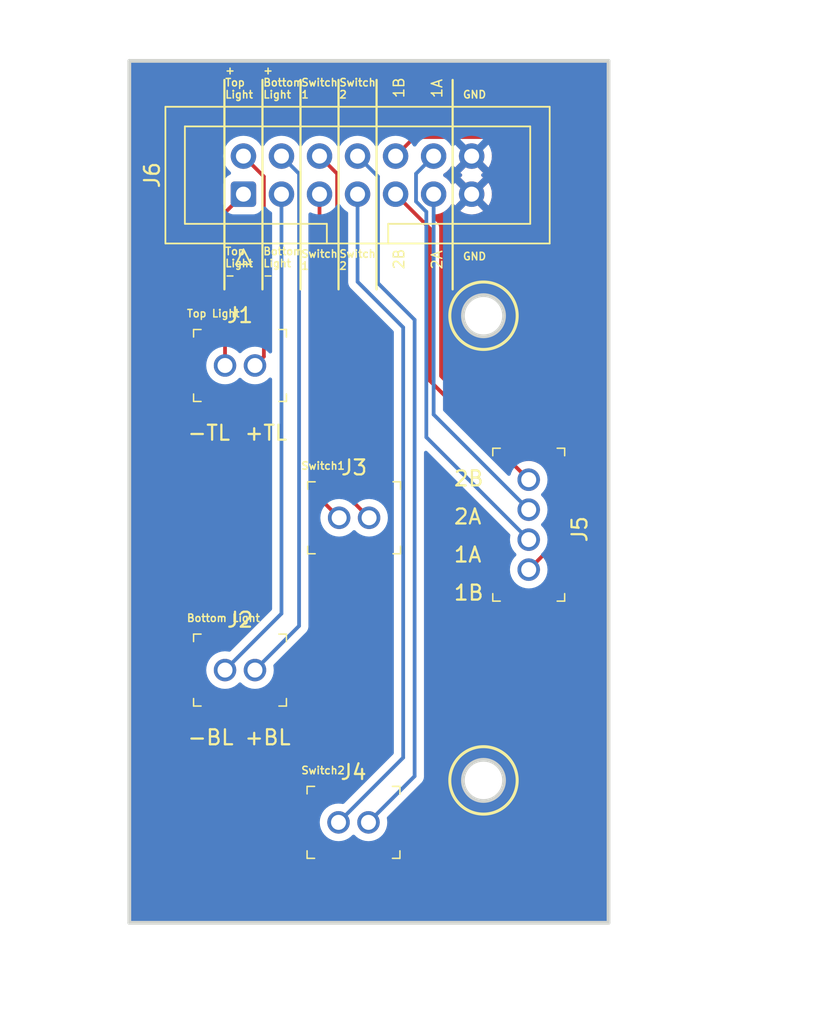
<source format=kicad_pcb>
(kicad_pcb (version 20240108) (generator "pcbnew") (generator_version "8.0")
  (layers (0 "F.Cu" signal) (31 "B.Cu" signal) (34 "B.Paste" user) (35 "F.Paste" user) (36 "B.SilkS" user "B.Silkscreen") (37 "F.SilkS" user "F.Silkscreen") (38 "B.Mask" user) (39 "F.Mask" user) (44 "Edge.Cuts" user))
  (net 0 "")
  (net 1 "/S1P2")
  (net 2 "/S2P2")
  (net 3 "GND")
  (net 4 "/BL_Anode")
  (net 5 "/2B")
  (net 6 "/1A")
  (net 7 "/2A")
  (net 8 "/BL_Cathode")
  (net 9 "/TL_Anode")
  (net 10 "/S2P1")
  (net 11 "/1B")
  (net 12 "/TL_Cathode")
  (net 13 "/S1P1")
  (footprint "digikey-footprints:PinHeader_1x4_P2mm_Drill1mm" (layer "F.Cu") (at 124.46 93.98 -90)
    (property "Reference" "J5" (at 3.3 -3.4 90) (layer "F.SilkS"))
    (property "Value" "Motor")
    (fp_line (start -2.1 2.4) (end -1.6 2.4) (stroke (width 0.1)) (layer "F.SilkS"))
    (fp_line (start -2.1 2.4) (end -2.1 1.9) (stroke (width 0.1)) (layer "F.SilkS"))
    (fp_line (start 8.1 2.4) (end 7.6 2.4) (stroke (width 0.1)) (layer "F.SilkS"))
    (fp_line (start 8.1 2.4) (end 8.1 1.9) (stroke (width 0.1)) (layer "F.SilkS"))
    (fp_line (start -2.1 -2.4) (end -2.1 -1.9) (stroke (width 0.1)) (layer "F.SilkS"))
    (fp_line (start -2.1 -2.4) (end -1.6 -2.4) (stroke (width 0.1)) (layer "F.SilkS"))
    (fp_line (start 8.1 -2.4) (end 8.1 -1.9) (stroke (width 0.1)) (layer "F.SilkS"))
    (fp_line (start 8.1 -2.4) (end 7.6 -2.4) (stroke (width 0.1)) (layer "F.SilkS"))
    (pad "1" thru_hole circle (at 0 0 270) (size 1.5 1.5) (drill 1) (layers "*.Cu" "*.Mask") (net 5 "/2B"))
    (pad "2" thru_hole circle (at 2 0 270) (size 1.5 1.5) (drill 1) (layers "*.Cu" "*.Mask") (net 7 "/2A"))
    (pad "3" thru_hole circle (at 4 0 270) (size 1.5 1.5) (drill 1) (layers "*.Cu" "*.Mask") (net 6 "/1A"))
    (pad "4" thru_hole circle (at 6 0 270) (size 1.5 1.5) (drill 1) (layers "*.Cu" "*.Mask") (net 11 "/1B"))
  )
  (footprint "digikey-footprints:PinHeader_1x2_P2mm_Drill1mm" (layer "F.Cu") (at 104.18 106.68)
    (property "Reference" "J2" (at 1 -3.35 0) (layer "F.SilkS"))
    (property "Value" "Bottom_Lights")
    (fp_line (start -2.1 -2.4) (end -2.1 -1.9) (stroke (width 0.1)) (layer "F.SilkS"))
    (fp_line (start -2.1 -2.4) (end -1.6 -2.4) (stroke (width 0.1)) (layer "F.SilkS"))
    (fp_line (start -2.1 2.4) (end -2.1 1.9) (stroke (width 0.1)) (layer "F.SilkS"))
    (fp_line (start -2.1 2.4) (end -1.6 2.4) (stroke (width 0.1)) (layer "F.SilkS"))
    (fp_line (start 4.1 -2.4) (end 3.6 -2.4) (stroke (width 0.1)) (layer "F.SilkS"))
    (fp_line (start 4.1 -2.4) (end 4.1 -1.9) (stroke (width 0.1)) (layer "F.SilkS"))
    (fp_line (start 4.1 2.4) (end 3.6 2.4) (stroke (width 0.1)) (layer "F.SilkS"))
    (fp_line (start 4.1 2.4) (end 4.1 1.9) (stroke (width 0.1)) (layer "F.SilkS"))
    (pad "1" thru_hole circle (at 0 0) (size 1.5 1.5) (drill 1) (layers "*.Cu" "*.Mask") (net 8 "/BL_Cathode"))
    (pad "2" thru_hole circle (at 2 0) (size 1.5 1.5) (drill 1) (layers "*.Cu" "*.Mask") (net 4 "/BL_Anode"))
  )
  (footprint "digikey-footprints:PinHeader_1x2_P2mm_Drill1mm" (layer "F.Cu") (at 111.8 96.52)
    (property "Reference" "J3" (at 1 -3.35 0) (layer "F.SilkS"))
    (property "Value" "Switch_1")
    (fp_line (start -2.1 -2.4) (end -2.1 -1.9) (stroke (width 0.1)) (layer "F.SilkS"))
    (fp_line (start -2.1 -2.4) (end -1.6 -2.4) (stroke (width 0.1)) (layer "F.SilkS"))
    (fp_line (start -2.1 2.4) (end -2.1 1.9) (stroke (width 0.1)) (layer "F.SilkS"))
    (fp_line (start -2.1 2.4) (end -1.6 2.4) (stroke (width 0.1)) (layer "F.SilkS"))
    (fp_line (start 4.1 -2.4) (end 3.6 -2.4) (stroke (width 0.1)) (layer "F.SilkS"))
    (fp_line (start 4.1 -2.4) (end 4.1 -1.9) (stroke (width 0.1)) (layer "F.SilkS"))
    (fp_line (start 4.1 2.4) (end 3.6 2.4) (stroke (width 0.1)) (layer "F.SilkS"))
    (fp_line (start 4.1 2.4) (end 4.1 1.9) (stroke (width 0.1)) (layer "F.SilkS"))
    (pad "1" thru_hole circle (at 0 0) (size 1.5 1.5) (drill 1) (layers "*.Cu" "*.Mask") (net 13 "/S1P1"))
    (pad "2" thru_hole circle (at 2 0) (size 1.5 1.5) (drill 1) (layers "*.Cu" "*.Mask") (net 1 "/S1P2"))
  )
  (footprint "Connector_IDC:IDC-Header_2x07_P2.54mm_Vertical" (layer "F.Cu") (at 105.41 74.93 90)
    (property "Reference" "J6" (at 1.27 -6.1 90) (layer "F.SilkS"))
    (property "Value" "Conn_02x07_Top_Bottom")
    (fp_line (start 5.83 -5.21) (end 5.83 20.45) (stroke (width 0.12)) (layer "F.SilkS"))
    (fp_line (start -3.29 -5.21) (end 5.83 -5.21) (stroke (width 0.12)) (layer "F.SilkS"))
    (fp_line (start 4.52 -3.91) (end 4.52 19.15) (stroke (width 0.12)) (layer "F.SilkS"))
    (fp_line (start -1.98 -3.91) (end 4.52 -3.91) (stroke (width 0.12)) (layer "F.SilkS"))
    (fp_line (start -4.68 -0.5) (end -4.68 0.5) (stroke (width 0.12)) (layer "F.SilkS"))
    (fp_line (start -3.68 0) (end -4.68 -0.5) (stroke (width 0.12)) (layer "F.SilkS"))
    (fp_line (start -4.68 0.5) (end -3.68 0) (stroke (width 0.12)) (layer "F.SilkS"))
    (fp_line (start -1.98 5.57) (end -1.98 -3.91) (stroke (width 0.12)) (layer "F.SilkS"))
    (fp_line (start -3.29 5.57) (end -1.98 5.57) (stroke (width 0.12)) (layer "F.SilkS"))
    (fp_line (start -1.98 9.67) (end -1.98 9.67) (stroke (width 0.12)) (layer "F.SilkS"))
    (fp_line (start -1.98 9.67) (end -3.29 9.67) (stroke (width 0.12)) (layer "F.SilkS"))
    (fp_line (start 4.52 19.15) (end -1.98 19.15) (stroke (width 0.12)) (layer "F.SilkS"))
    (fp_line (start -1.98 19.15) (end -1.98 9.67) (stroke (width 0.12)) (layer "F.SilkS"))
    (fp_line (start 5.83 20.45) (end -3.29 20.45) (stroke (width 0.12)) (layer "F.SilkS"))
    (fp_line (start -3.29 20.45) (end -3.29 -5.21) (stroke (width 0.12)) (layer "F.SilkS"))
    (pad "1" thru_hole roundrect (at 0 0 90) (size 1.7 1.7) (drill 1) (layers "*.Cu" "*.Mask") (roundrect_rratio 0.147059) (net 12 "/TL_Cathode"))
    (pad "2" thru_hole circle (at 2.54 0 90) (size 1.7 1.7) (drill 1) (layers "*.Cu" "*.Mask") (net 9 "/TL_Anode"))
    (pad "3" thru_hole circle (at 0 2.54 90) (size 1.7 1.7) (drill 1) (layers "*.Cu" "*.Mask") (net 8 "/BL_Cathode"))
    (pad "4" thru_hole circle (at 2.54 2.54 90) (size 1.7 1.7) (drill 1) (layers "*.Cu" "*.Mask") (net 4 "/BL_Anode"))
    (pad "5" thru_hole circle (at 0 5.08 90) (size 1.7 1.7) (drill 1) (layers "*.Cu" "*.Mask") (net 13 "/S1P1"))
    (pad "6" thru_hole circle (at 2.54 5.08 90) (size 1.7 1.7) (drill 1) (layers "*.Cu" "*.Mask") (net 1 "/S1P2"))
    (pad "7" thru_hole circle (at 0 7.62 90) (size 1.7 1.7) (drill 1) (layers "*.Cu" "*.Mask") (net 10 "/S2P1"))
    (pad "8" thru_hole circle (at 2.54 7.62 90) (size 1.7 1.7) (drill 1) (layers "*.Cu" "*.Mask") (net 2 "/S2P2"))
    (pad "9" thru_hole circle (at 0 10.16 90) (size 1.7 1.7) (drill 1) (layers "*.Cu" "*.Mask") (net 5 "/2B"))
    (pad "10" thru_hole circle (at 2.54 10.16 90) (size 1.7 1.7) (drill 1) (layers "*.Cu" "*.Mask") (net 11 "/1B"))
    (pad "11" thru_hole circle (at 0 12.7 90) (size 1.7 1.7) (drill 1) (layers "*.Cu" "*.Mask") (net 7 "/2A"))
    (pad "12" thru_hole circle (at 2.54 12.7 90) (size 1.7 1.7) (drill 1) (layers "*.Cu" "*.Mask") (net 6 "/1A"))
    (pad "13" thru_hole circle (at 0 15.24 90) (size 1.7 1.7) (drill 1) (layers "*.Cu" "*.Mask") (net 3 "GND"))
    (pad "14" thru_hole circle (at 2.54 15.24 90) (size 1.7 1.7) (drill 1) (layers "*.Cu" "*.Mask") (net 3 "GND"))
  )
  (footprint "digikey-footprints:PinHeader_1x2_P2mm_Drill1mm" (layer "F.Cu") (at 111.76 116.84)
    (property "Reference" "J4" (at 1 -3.35 0) (layer "F.SilkS"))
    (property "Value" "Switch_2")
    (fp_line (start -2.1 -2.4) (end -2.1 -1.9) (stroke (width 0.1)) (layer "F.SilkS"))
    (fp_line (start -2.1 -2.4) (end -1.6 -2.4) (stroke (width 0.1)) (layer "F.SilkS"))
    (fp_line (start -2.1 2.4) (end -2.1 1.9) (stroke (width 0.1)) (layer "F.SilkS"))
    (fp_line (start -2.1 2.4) (end -1.6 2.4) (stroke (width 0.1)) (layer "F.SilkS"))
    (fp_line (start 4.1 -2.4) (end 3.6 -2.4) (stroke (width 0.1)) (layer "F.SilkS"))
    (fp_line (start 4.1 -2.4) (end 4.1 -1.9) (stroke (width 0.1)) (layer "F.SilkS"))
    (fp_line (start 4.1 2.4) (end 3.6 2.4) (stroke (width 0.1)) (layer "F.SilkS"))
    (fp_line (start 4.1 2.4) (end 4.1 1.9) (stroke (width 0.1)) (layer "F.SilkS"))
    (pad "1" thru_hole circle (at 0 0) (size 1.5 1.5) (drill 1) (layers "*.Cu" "*.Mask") (net 10 "/S2P1"))
    (pad "2" thru_hole circle (at 2 0) (size 1.5 1.5) (drill 1) (layers "*.Cu" "*.Mask") (net 2 "/S2P2"))
  )
  (footprint "digikey-footprints:PinHeader_1x2_P2mm_Drill1mm" (layer "F.Cu") (at 104.18 86.36)
    (property "Reference" "J1" (at 1 -3.35 0) (layer "F.SilkS"))
    (property "Value" "Top_Lights")
    (fp_line (start -2.1 -2.4) (end -2.1 -1.9) (stroke (width 0.1)) (layer "F.SilkS"))
    (fp_line (start -2.1 -2.4) (end -1.6 -2.4) (stroke (width 0.1)) (layer "F.SilkS"))
    (fp_line (start -2.1 2.4) (end -2.1 1.9) (stroke (width 0.1)) (layer "F.SilkS"))
    (fp_line (start -2.1 2.4) (end -1.6 2.4) (stroke (width 0.1)) (layer "F.SilkS"))
    (fp_line (start 4.1 -2.4) (end 3.6 -2.4) (stroke (width 0.1)) (layer "F.SilkS"))
    (fp_line (start 4.1 -2.4) (end 4.1 -1.9) (stroke (width 0.1)) (layer "F.SilkS"))
    (fp_line (start 4.1 2.4) (end 3.6 2.4) (stroke (width 0.1)) (layer "F.SilkS"))
    (fp_line (start 4.1 2.4) (end 4.1 1.9) (stroke (width 0.1)) (layer "F.SilkS"))
    (pad "1" thru_hole circle (at 0 0) (size 1.5 1.5) (drill 1) (layers "*.Cu" "*.Mask") (net 12 "/TL_Cathode"))
    (pad "2" thru_hole circle (at 2 0) (size 1.5 1.5) (drill 1) (layers "*.Cu" "*.Mask") (net 9 "/TL_Anode"))
  )
  (gr_line (start 114.3 67.31) (end 114.3 81.28) (stroke (width 0.15)) (layer "F.SilkS"))
  (gr_line (start 109.22 81.28) (end 109.22 67.31) (stroke (width 0.15)) (layer "F.SilkS"))
  (gr_line (start 106.68 67.31) (end 106.68 81.28) (stroke (width 0.15)) (layer "F.SilkS"))
  (gr_line (start 119.38 67.31) (end 119.38 81.28) (stroke (width 0.15)) (layer "F.SilkS"))
  (gr_line (start 111.76 81.28) (end 111.76 67.31) (stroke (width 0.15)) (layer "F.SilkS"))
  (gr_circle (center 121.44 114.04) (end 123.69 114.04) (stroke (width 0.2)) (fill none) (layer "F.SilkS"))
  (gr_line (start 104.14 67.31) (end 104.14 81.28) (stroke (width 0.15)) (layer "F.SilkS"))
  (gr_circle (center 121.44 83.04) (end 123.69 83.04) (stroke (width 0.2)) (fill none) (layer "F.SilkS"))
  (gr_line (start 129.79 66.04) (end 97.79 66.04) (stroke (width 0.25)) (layer "Edge.Cuts"))
  (gr_line (start 97.79 123.54) (end 129.79 123.54) (stroke (width 0.25)) (layer "Edge.Cuts"))
  (gr_line (start 129.79 123.54) (end 129.79 66.04) (stroke (width 0.25)) (layer "Edge.Cuts"))
  (gr_line (start 97.79 66.04) (end 97.79 123.54) (stroke (width 0.25)) (layer "Edge.Cuts"))
  (gr_circle (center 121.44 83.04) (end 122.815 83.04) (stroke (width 0.25)) (fill none) (layer "Edge.Cuts"))
  (gr_circle (center 121.44 114.04) (end 122.815 114.04) (stroke (width 0.25)) (fill none) (layer "Edge.Cuts"))
  (gr_text "1A" (at 119.38 99.568 0) (layer "F.SilkS") (effects (font (size 1 1)) (justify left bottom)))
  (gr_text "1A\n" (at 118.745 68.58 90) (layer "F.SilkS") (effects (font (size 0.7 0.7) (thickness 0.1)) (justify left bottom)))
  (gr_text "Switch1\n" (at 109.22 93.345 0) (layer "F.SilkS") (effects (font (size 0.5 0.5) (thickness 0.1) (bold yes)) (justify left bottom)))
  (gr_text "1B" (at 119.38 102.108 0) (layer "F.SilkS") (effects (font (size 1 1)) (justify left bottom)))
  (gr_text "Switch2\n" (at 109.22 113.665 0) (layer "F.SilkS") (effects (font (size 0.5 0.5) (thickness 0.1) (bold yes)) (justify left bottom)))
  (gr_text "+TL\n" (at 105.41 91.44 0) (layer "F.SilkS") (effects (font (size 1 1)) (justify left bottom)))
  (gr_text "+\nBottom \nLight" (at 106.68 68.58 0) (layer "F.SilkS") (effects (font (size 0.5 0.5) (thickness 0.1) (bold yes)) (justify left bottom)))
  (gr_text "-TL" (at 101.6 91.44 0) (layer "F.SilkS") (effects (font (size 1 1)) (justify left bottom)))
  (gr_text "Bottom Light" (at 101.58 103.505 0) (layer "F.SilkS") (effects (font (size 0.5 0.5) (thickness 0.1) (bold yes)) (justify left bottom)))
  (gr_text "Top Light\n" (at 101.58 83.185 0) (layer "F.SilkS") (effects (font (size 0.5 0.5) (thickness 0.1) (bold yes)) (justify left bottom)))
  (gr_text "2A\n" (at 119.38 97.028 0) (layer "F.SilkS") (effects (font (size 1 1)) (justify left bottom)))
  (gr_text "+\nTop \nLight\n" (at 104.14 68.58 0) (layer "F.SilkS") (effects (font (size 0.5 0.5) (thickness 0.1) (bold yes)) (justify left bottom)))
  (gr_text "2B" (at 119.38 94.488 0) (layer "F.SilkS") (effects (font (size 1 1)) (justify left bottom)))
  (gr_text "-BL" (at 101.6 111.76 0) (layer "F.SilkS") (effects (font (size 1 1)) (justify left bottom)))
  (gr_text "Switch\n2" (at 111.76 80.01 0) (layer "F.SilkS") (effects (font (size 0.5 0.5) (thickness 0.1) (bold yes)) (justify left bottom)))
  (gr_text "Bottom \nLight\n-" (at 106.68 80.645 0) (layer "F.SilkS") (effects (font (size 0.5 0.5) (thickness 0.1) (bold yes)) (justify left bottom)))
  (gr_text "Top \nLight\n-" (at 104.14 80.645 0) (layer "F.SilkS") (effects (font (size 0.5 0.5) (thickness 0.1) (bold yes)) (justify left bottom)))
  (gr_text "GND\n" (at 120.015 79.375 0) (layer "F.SilkS") (effects (font (size 0.5 0.5) (thickness 0.1) (bold yes)) (justify left bottom)))
  (gr_text "Switch\n1\n" (at 109.22 68.58 0) (layer "F.SilkS") (effects (font (size 0.5 0.5) (thickness 0.1) (bold yes)) (justify left bottom)))
  (gr_text "+BL\n" (at 105.41 111.76 0) (layer "F.SilkS") (effects (font (size 1 1)) (justify left bottom)))
  (gr_text "1B" (at 116.205 68.58 90) (layer "F.SilkS") (effects (font (size 0.7 0.7) (thickness 0.1)) (justify left bottom)))
  (gr_text "GND\n" (at 120.015 68.58 0) (layer "F.SilkS") (effects (font (size 0.5 0.5) (thickness 0.1) (bold yes)) (justify left bottom)))
  (gr_text "2A" (at 118.745 80.01 90) (layer "F.SilkS") (effects (font (size 0.7 0.7) (thickness 0.1)) (justify left bottom)))
  (gr_text "2B\n" (at 116.205 80.01 90) (layer "F.SilkS") (effects (font (size 0.7 0.7) (thickness 0.1)) (justify left bottom)))
  (gr_text "Switch\n1\n" (at 109.22 80.01 0) (layer "F.SilkS") (effects (font (size 0.5 0.5) (thickness 0.1) (bold yes)) (justify left bottom)))
  (gr_text "Switch\n2" (at 111.76 68.58 0) (layer "F.SilkS") (effects (font (size 0.5 0.5) (thickness 0.1) (bold yes)) (justify left bottom)))
  (segment (start 111.665 73.565) (end 111.665 94.385) (width 0.25) (layer "F.Cu") (net 1))
  (segment (start 110.49 72.39) (end 111.665 73.565) (width 0.25) (layer "F.Cu") (net 1))
  (segment (start 111.665 94.385) (end 113.8 96.52) (width 0.25) (layer "F.Cu") (net 1))
  (segment (start 114.395 73.755) (end 114.395 80.867) (width 0.25) (layer "B.Cu") (net 2))
  (segment (start 113.03 72.39) (end 114.395 73.755) (width 0.25) (layer "B.Cu") (net 2))
  (segment (start 116.84 113.76) (end 113.76 116.84) (width 0.25) (layer "B.Cu") (net 2))
  (segment (start 116.84 83.312) (end 116.84 113.76) (width 0.25) (layer "B.Cu") (net 2))
  (segment (start 114.395 80.867) (end 116.84 83.312) (width 0.25) (layer "B.Cu") (net 2))
  (segment (start 107.95 72.39) (end 109.125 73.565) (width 0.25) (layer "B.Cu") (net 4))
  (segment (start 109.125 103.735) (end 106.18 106.68) (width 0.25) (layer "B.Cu") (net 4))
  (segment (start 109.125 73.565) (end 109.125 103.735) (width 0.25) (layer "B.Cu") (net 4))
  (segment (start 117.856 87.376) (end 124.46 93.98) (width 0.25) (layer "F.Cu") (net 5))
  (segment (start 115.57 74.93) (end 117.856 77.216) (width 0.25) (layer "F.Cu") (net 5))
  (segment (start 117.856 77.216) (end 117.856 87.376) (width 0.25) (layer "F.Cu") (net 5))
  (segment (start 117.623299 91.143299) (end 124.46 97.98) (width 0.25) (layer "B.Cu") (net 6))
  (segment (start 116.935 73.565) (end 116.935 75.416701) (width 0.25) (layer "B.Cu") (net 6))
  (segment (start 118.11 72.39) (end 116.935 73.565) (width 0.25) (layer "B.Cu") (net 6))
  (segment (start 117.623299 76.105) (end 117.623299 91.143299) (width 0.25) (layer "B.Cu") (net 6))
  (segment (start 116.935 75.416701) (end 117.623299 76.105) (width 0.25) (layer "B.Cu") (net 6))
  (segment (start 118.11 89.63) (end 124.46 95.98) (width 0.25) (layer "B.Cu") (net 7))
  (segment (start 118.11 74.93) (end 118.11 89.63) (width 0.25) (layer "B.Cu") (net 7))
  (segment (start 107.95 102.91) (end 104.18 106.68) (width 0.25) (layer "B.Cu") (net 8))
  (segment (start 107.95 74.93) (end 107.95 102.91) (width 0.25) (layer "B.Cu") (net 8))
  (segment (start 106.775 73.755) (end 106.775 85.765) (width 0.25) (layer "F.Cu") (net 9))
  (segment (start 105.41 72.39) (end 106.775 73.755) (width 0.25) (layer "F.Cu") (net 9))
  (segment (start 106.775 85.765) (end 106.18 86.36) (width 0.25) (layer "F.Cu") (net 9))
  (segment (start 113.03 74.93) (end 113.03 80.772) (width 0.25) (layer "B.Cu") (net 10))
  (segment (start 113.03 80.772) (end 116.078 83.82) (width 0.25) (layer "B.Cu") (net 10))
  (segment (start 116.078 112.522) (end 111.76 116.84) (width 0.25) (layer "B.Cu") (net 10))
  (segment (start 116.078 83.82) (end 116.078 112.522) (width 0.25) (layer "B.Cu") (net 10))
  (segment (start 125.984 71.12) (end 125.984 98.456) (width 0.25) (layer "F.Cu") (net 11))
  (segment (start 125.984 98.456) (end 124.46 99.98) (width 0.25) (layer "F.Cu") (net 11))
  (segment (start 116.84 71.12) (end 125.984 71.12) (width 0.25) (layer "F.Cu") (net 11))
  (segment (start 115.57 72.39) (end 116.84 71.12) (width 0.25) (layer "F.Cu") (net 11))
  (segment (start 104.14 76.2) (end 104.14 76.962) (width 0.25) (layer "F.Cu") (net 12))
  (segment (start 104.18 77.002) (end 104.18 86.36) (width 0.25) (layer "F.Cu") (net 12))
  (segment (start 105.41 74.93) (end 104.14 76.2) (width 0.25) (layer "F.Cu") (net 12))
  (segment (start 104.14 76.962) (end 104.18 77.002) (width 0.25) (layer "F.Cu") (net 12))
  (segment (start 110.49 95.21) (end 111.8 96.52) (width 0.25) (layer "F.Cu") (net 13))
  (segment (start 110.49 74.93) (end 110.49 95.21) (width 0.25) (layer "F.Cu") (net 13))
  (zone (net 3) (net_name "GND") (layers "F&B.Cu") (connect_pads (clearance 0.5)) (min_thickness 0.25) (fill yes (thermal_gap 0.5) (thermal_bridge_width 0.5))
    (polygon (pts (xy 89.154 61.976) (xy 143.51 61.976) (xy 143.51 130.302) (xy 89.154 130.302)))
  )
)
</source>
